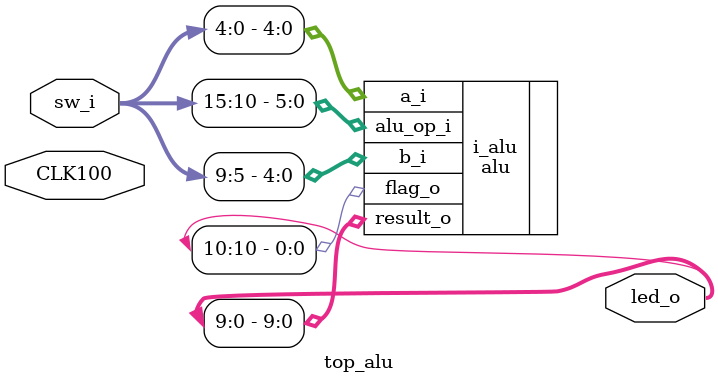
<source format=sv>
module top_alu (
    input         CLK100,
    input  [15:0] sw_i,
    output [15:0] led_o
);

  alu i_alu
  (
    .a_i      ( sw_i  [ 4: 0] ),
    .b_i      ( sw_i  [ 9: 5] ),
    .alu_op_i ( sw_i  [15:10] ),
    .result_o ( led_o [ 9: 0] ),
    .flag_o   ( led_o [   10] )
  );

endmodule

</source>
